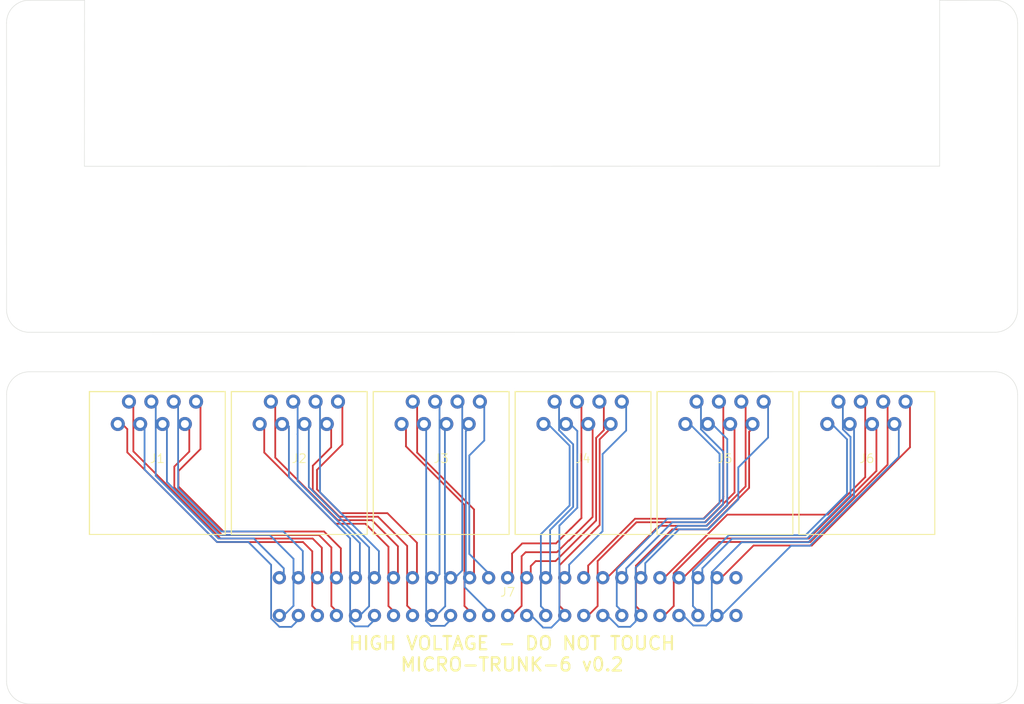
<source format=kicad_pcb>
(kicad_pcb (version 20240108) (generator "pcbnew") (generator_version "8.0")
  (layers (0 "F.Cu" signal) (31 "B.Cu" signal) (34 "B.Paste" user) (35 "F.Paste" user) (36 "B.SilkS" user "B.Silkscreen") (37 "F.SilkS" user "F.Silkscreen") (38 "B.Mask" user) (39 "F.Mask" user) (44 "Edge.Cuts" user))
  (net 0 "")
  (net 1 "/L3+")
  (net 2 "/L3-")
  (net 3 "/L1+")
  (net 4 "/L2+")
  (net 5 "/L4+")
  (net 6 "/L1-")
  (net 7 "/L2-")
  (net 8 "/L4-")
  (net 9 "/L5-")
  (net 10 "/L8-")
  (net 11 "/L6-")
  (net 12 "/L6+")
  (net 13 "/L5+")
  (net 14 "/L7+")
  (net 15 "/L8+")
  (net 16 "/L9+")
  (net 17 "/L10+")
  (net 18 "/L11+")
  (net 19 "/L10-")
  (net 20 "/L12+")
  (net 21 "/L11-")
  (net 22 "/L12-")
  (net 23 "/L9-")
  (net 24 "/L16+")
  (net 25 "/L14-")
  (net 26 "/L15-")
  (net 27 "/L16-")
  (net 28 "/L13-")
  (net 29 "/L14+")
  (net 30 "/L13+")
  (net 31 "/L15+")
  (net 32 "/L20-")
  (net 33 "/L17-")
  (net 34 "/L18-")
  (net 35 "/L18+")
  (net 36 "/L20+")
  (net 37 "/L19-")
  (net 38 "/L19+")
  (net 39 "/L17+")
  (net 40 "/L21+")
  (net 41 "/L21-")
  (net 42 "/L23+")
  (net 43 "/L24-")
  (net 44 "/L22-")
  (net 45 "/L23-")
  (net 46 "/L22+")
  (net 47 "/L24+")
  (net 48 "/L7-")
  (footprint "MountingHole:MountingHole_3.2mm_M3" (layer "F.Cu") (at 112.417915 50.523782 180)
    (property "Reference" "H4" (hide yes))
    (property "Value" "MountingHole")
    (pad "" np_thru_hole circle (at 0 0 180) (size 3.2 3.2) (drill 3.2) (layers "F&B.Cu" "*.Mask"))
  )
  (footprint "RJ21_RJ45_6_WAY_TRUNK:RJ45" (layer "F.Cu") (at 157.349999 93.619333)
    (property "Reference" "J3" (at 0 -0.5 0) (layer "F.SilkS") (effects (font (thickness 0.1))))
    (property "Value" "RJ45")
    (fp_poly (pts (xy 7.768167 8.170334) (xy -7.768167 8.170334) (xy -7.768167 -8.043333) (xy -7.641167 -8.043333) (xy -7.641167 8.064501) (xy 7.662333 8.064501) (xy 7.662333 -8.043333) (xy -7.641167 -8.043333) (xy -7.768167 -8.043333) (xy -7.768167 -8.170333) (xy 7.768167 -8.170333) (xy 7.768167 8.170334)) (stroke (width 0.01)) (fill solid) (layer "F.SilkS"))
    (pad "" np_thru_hole circle (at -5.759816 1.92466) (size 3 3) (drill 3) (layers "F&B.Cu" "*.Mask"))
    (pad "" np_thru_hole circle (at 5.670184 1.92466) (size 3 3) (drill 3) (layers "F&B.Cu" "*.Mask"))
    (pad "1" thru_hole circle (at -4.48982 -4.425338) (size 1.6 1.6) (drill 0.9) (layers "*.Cu" "*.Mask") (net 18 "/L11+"))
    (pad "2" thru_hole circle (at -3.219823 -6.965331) (size 1.6 1.6) (drill 0.9) (layers "*.Cu" "*.Mask") (net 21 "/L11-"))
    (pad "3" thru_hole circle (at -1.949819 -4.425338) (size 1.6 1.6) (drill 0.9) (layers "*.Cu" "*.Mask") (net 17 "/L10+"))
    (pad "4" thru_hole circle (at -0.679822 -6.965331) (size 1.6 1.6) (drill 0.9) (layers "*.Cu" "*.Mask") (net 23 "/L9-"))
    (pad "5" thru_hole circle (at 0.590182 -4.425338) (size 1.6 1.6) (drill 0.9) (layers "*.Cu" "*.Mask") (net 16 "/L9+"))
    (pad "6" thru_hole circle (at 1.860179 -6.965331) (size 1.6 1.6) (drill 0.9) (layers "*.Cu" "*.Mask") (net 19 "/L10-"))
    (pad "7" thru_hole circle (at 3.130183 -4.425338) (size 1.6 1.6) (drill 0.9) (layers "*.Cu" "*.Mask") (net 20 "/L12+"))
    (pad "8" thru_hole circle (at 4.400184 -6.965331) (size 1.6 1.6) (drill 0.9) (layers "*.Cu" "*.Mask") (net 22 "/L12-"))
  )
  (footprint "MountingHole:MountingHole_3.2mm_M3" (layer "F.Cu") (at 112.417916 69.343783 180)
    (property "Reference" "H3" (hide yes))
    (property "Value" "MountingHole")
    (pad "" np_thru_hole circle (at 0 0 180) (size 3.2 3.2) (drill 3.2) (layers "F&B.Cu" "*.Mask"))
  )
  (footprint "MountingHole:MountingHole_3.2mm_M3" (layer "F.Cu") (at 112.42 111.525)
    (property "Reference" "H2" (hide yes))
    (property "Value" "MountingHole")
    (pad "" np_thru_hole circle (at 0 0) (size 3.2 3.2) (drill 3.2) (layers "*.Cu" "*.Mask"))
  )
  (footprint "RJ21_RJ45_6_WAY_TRUNK:RJ21" (layer "F.Cu") (at 164.905182 108.79)
    (property "Reference" "J7" (at 0 -0.5 0) (layer "F.SilkS") (effects (font (thickness 0.1))))
    (property "Value" "RJ21 Connector")
    (pad "" np_thru_hole circle (at -37.425 0) (size 3.2 3.2) (drill 3.2) (layers "*.Cu" "*.Mask") (clearance 1.9))
    (pad "" np_thru_hole circle (at 37.425 0) (size 3.2 3.2) (drill 3.2) (layers "*.Cu" "*.Mask") (clearance 1.9))
    (pad "1" thru_hole circle (at -25.92 -2.145) (size 1.5 1.5) (drill 0.8) (layers "*.Cu" "*.Mask") (net 6 "/L1-"))
    (pad "2" thru_hole circle (at -23.76 -2.145) (size 1.5 1.5) (drill 0.8) (layers "*.Cu" "*.Mask") (net 7 "/L2-"))
    (pad "3" thru_hole circle (at -21.6 -2.145) (size 1.5 1.5) (drill 0.8) (layers "*.Cu" "*.Mask") (net 2 "/L3-"))
    (pad "4" thru_hole circle (at -19.44 -2.145) (size 1.5 1.5) (drill 0.8) (layers "*.Cu" "*.Mask") (net 8 "/L4-"))
    (pad "5" thru_hole circle (at -17.28 -2.145) (size 1.5 1.5) (drill 0.8) (layers "*.Cu" "*.Mask") (net 9 "/L5-"))
    (pad "6" thru_hole circle (at -15.12 -2.145) (size 1.5 1.5) (drill 0.8) (layers "*.Cu" "*.Mask") (net 11 "/L6-"))
    (pad "7" thru_hole circle (at -12.96 -2.145) (size 1.5 1.5) (drill 0.8) (layers "*.Cu" "*.Mask") (net 48 "/L7-"))
    (pad "8" thru_hole circle (at -10.8 -2.145) (size 1.5 1.5) (drill 0.8) (layers "*.Cu" "*.Mask") (net 10 "/L8-"))
    (pad "9" thru_hole circle (at -8.64 -2.145) (size 1.5 1.5) (drill 0.8) (layers "*.Cu" "*.Mask") (net 23 "/L9-"))
    (pad "10" thru_hole circle (at -6.48 -2.145) (size 1.5 1.5) (drill 0.8) (layers "*.Cu" "*.Mask") (net 19 "/L10-"))
    (pad "11" thru_hole circle (at -4.32 -2.145) (size 1.5 1.5) (drill 0.8) (layers "*.Cu" "*.Mask") (net 21 "/L11-"))
    (pad "12" thru_hole circle (at -2.16 -2.145) (size 1.5 1.5) (drill 0.8) (layers "*.Cu" "*.Mask") (net 22 "/L12-"))
    (pad "13" thru_hole circle (at 0 -2.145) (size 1.5 1.5) (drill 0.8) (layers "*.Cu" "*.Mask") (net 28 "/L13-"))
    (pad "14" thru_hole circle (at 2.16 -2.145) (size 1.5 1.5) (drill 0.8) (layers "*.Cu" "*.Mask") (net 25 "/L14-"))
    (pad "15" thru_hole circle (at 4.32 -2.145) (size 1.5 1.5) (drill 0.8) (layers "*.Cu" "*.Mask") (net 26 "/L15-"))
    (pad "16" thru_hole circle (at 6.48 -2.145) (size 1.5 1.5) (drill 0.8) (layers "*.Cu" "*.Mask") (net 27 "/L16-"))
    (pad "17" thru_hole circle (at 8.64 -2.145) (size 1.5 1.5) (drill 0.8) (layers "*.Cu" "*.Mask") (net 33 "/L17-"))
    (pad "18" thru_hole circle (at 10.8 -2.145) (size 1.5 1.5) (drill 0.8) (layers "*.Cu" "*.Mask") (net 34 "/L18-"))
    (pad "19" thru_hole circle (at 12.96 -2.145) (size 1.5 1.5) (drill 0.8) (layers "*.Cu" "*.Mask") (net 37 "/L19-"))
    (pad "20" thru_hole circle (at 15.12 -2.145) (size 1.5 1.5) (drill 0.8) (layers "*.Cu" "*.Mask") (net 32 "/L20-"))
    (pad "21" thru_hole circle (at 17.28 -2.145) (size 1.5 1.5) (drill 0.8) (layers "*.Cu" "*.Mask") (net 41 "/L21-"))
    (pad "22" thru_hole circle (at 19.44 -2.145) (size 1.5 1.5) (drill 0.8) (layers "*.Cu" "*.Mask") (net 44 "/L22-"))
    (pad "23" thru_hole circle (at 21.6 -2.145) (size 1.5 1.5) (drill 0.8) (layers "*.Cu" "*.Mask") (net 45 "/L23-"))
    (pad "24" thru_hole circle (at 23.76 -2.145) (size 1.5 1.5) (drill 0.8) (layers "*.Cu" "*.Mask") (net 43 "/L24-"))
    (pad "25" thru_hole circle (at 25.92 -2.145) (size 1.5 1.5) (drill 0.8) (layers "*.Cu" "*.Mask"))
    (pad "26" thru_hole circle (at -25.92 2.145) (size 1.5 1.5) (drill 0.8) (layers "*.Cu" "*.Mask") (net 3 "/L1+"))
    (pad "27" thru_hole circle (at -23.76 2.145) (size 1.5 1.5) (drill 0.8) (layers "*.Cu" "*.Mask") (net 4 "/L2+"))
    (pad "28" thru_hole circle (at -21.6 2.145) (size 1.5 1.5) (drill 0.8) (layers "*.Cu" "*.Mask") (net 1 "/L3+"))
    (pad "29" thru_hole circle (at -19.44 2.145) (size 1.5 1.5) (drill 0.8) (layers "*.Cu" "*.Mask") (net 5 "/L4+"))
    (pad "30" thru_hole circle (at -17.28 2.145) (size 1.5 1.5) (drill 0.8) (layers "*.Cu" "*.Mask") (net 13 "/L5+"))
    (pad "31" thru_hole circle (at -15.12 2.145) (size 1.5 1.5) (drill 0.8) (layers "*.Cu" "*.Mask") (net 12 "/L6+"))
    (pad "32" thru_hole circle (at -12.96 2.145) (size 1.5 1.5) (drill 0.8) (layers "*.Cu" "*.Mask") (net 14 "/L7+"))
    (pad "33" thru_hole circle (at -10.8 2.145) (size 1.5 1.5) (drill 0.8) (layers "*.Cu" "*.Mask") (net 15 "/L8+"))
    (pad "34" thru_hole circle (at -8.64 2.145) (size 1.5 1.5) (drill 0.8) (layers "*.Cu" "*.Mask") (net 16 "/L9+"))
    (pad "35" thru_hole circle (at -6.48 2.145) (size 1.5 1.5) (drill 0.8) (layers "*.Cu" "*.Mask") (net 17 "/L10+"))
    (pad "36" thru_hole circle (at -4.32 2.145) (size 1.5 1.5) (drill 0.8) (layers "*.Cu" "*.Mask") (net 18 "/L11+"))
    (pad "37" thru_hole circle (at -2.16 2.145) (size 1.5 1.5) (drill 0.8) (layers "*.Cu" "*.Mask") (net 20 "/L12+"))
    (pad "38" thru_hole circle (at 0 2.145) (size 1.5 1.5) (drill 0.8) (layers "*.Cu" "*.Mask") (net 30 "/L13+"))
    (pad "39" thru_hole circle (at 2.16 2.145) (size 1.5 1.5) (drill 0.8) (layers "*.Cu" "*.Mask") (net 29 "/L14+"))
    (pad "40" thru_hole circle (at 4.32 2.145) (size 1.5 1.5) (drill 0.8) (layers "*.Cu" "*.Mask") (net 31 "/L15+"))
    (pad "41" thru_hole circle (at 6.48 2.145) (size 1.5 1.5) (drill 0.8) (layers "*.Cu" "*.Mask") (net 24 "/L16+"))
    (pad "42" thru_hole circle (at 8.64 2.145) (size 1.5 1.5) (drill 0.8) (layers "*.Cu" "*.Mask") (net 39 "/L17+"))
    (pad "43" thru_hole circle (at 10.8 2.145) (size 1.5 1.5) (drill 0.8) (layers "*.Cu" "*.Mask") (net 35 "/L18+"))
    (pad "44" thru_hole circle (at 12.96 2.145) (size 1.5 1.5) (drill 0.8) (layers "*.Cu" "*.Mask") (net 38 "/L19+"))
    (pad "45" thru_hole circle (at 15.12 2.145) (size 1.5 1.5) (drill 0.8) (layers "*.Cu" "*.Mask") (net 36 "/L20+"))
    (pad "46" thru_hole circle (at 17.28 2.145) (size 1.5 1.5) (drill 0.8) (layers "*.Cu" "*.Mask") (net 40 "/L21+"))
    (pad "47" thru_hole circle (at 19.44 2.145) (size 1.5 1.5) (drill 0.8) (layers "*.Cu" "*.Mask") (net 46 "/L22+"))
    (pad "48" thru_hole circle (at 21.6 2.145) (size 1.5 1.5) (drill 0.8) (layers "*.Cu" "*.Mask") (net 42 "/L23+"))
    (pad "49" thru_hole circle (at 23.76 2.145) (size 1.5 1.5) (drill 0.8) (layers "*.Cu" "*.Mask") (net 47 "/L24+"))
    (pad "50" thru_hole circle (at 25.92 2.145) (size 1.5 1.5) (drill 0.8) (layers "*.Cu" "*.Mask"))
  )
  (footprint "RJ21_RJ45_6_WAY_TRUNK:RJ45" (layer "F.Cu") (at 205.680002 93.619333)
    (property "Reference" "J6" (at 0 -0.5 0) (layer "F.SilkS") (effects (font (thickness 0.1))))
    (property "Value" "RJ45")
    (fp_poly (pts (xy 7.768167 8.170334) (xy -7.768167 8.170334) (xy -7.768167 -8.043333) (xy -7.641167 -8.043333) (xy -7.641167 8.064501) (xy 7.662333 8.064501) (xy 7.662333 -8.043333) (xy -7.641167 -8.043333) (xy -7.768167 -8.043333) (xy -7.768167 -8.170333) (xy 7.768167 -8.170333) (xy 7.768167 8.170334)) (stroke (width 0.01)) (fill solid) (layer "F.SilkS"))
    (pad "" np_thru_hole circle (at -5.759816 1.92466) (size 3 3) (drill 3) (layers "F&B.Cu" "*.Mask"))
    (pad "" np_thru_hole circle (at 5.670184 1.92466) (size 3 3) (drill 3) (layers "F&B.Cu" "*.Mask"))
    (pad "1" thru_hole circle (at -4.48982 -4.425338) (size 1.6 1.6) (drill 0.9) (layers "*.Cu" "*.Mask") (net 42 "/L23+"))
    (pad "2" thru_hole circle (at -3.219823 -6.965331) (size 1.6 1.6) (drill 0.9) (layers "*.Cu" "*.Mask") (net 45 "/L23-"))
    (pad "3" thru_hole circle (at -1.949819 -4.425338) (size 1.6 1.6) (drill 0.9) (layers "*.Cu" "*.Mask") (net 46 "/L22+"))
    (pad "4" thru_hole circle (at -0.679822 -6.965331) (size 1.6 1.6) (drill 0.9) (layers "*.Cu" "*.Mask") (net 41 "/L21-"))
    (pad "5" thru_hole circle (at 0.590182 -4.425338) (size 1.6 1.6) (drill 0.9) (layers "*.Cu" "*.Mask") (net 40 "/L21+"))
    (pad "6" thru_hole circle (at 1.860179 -6.965331) (size 1.6 1.6) (drill 0.9) (layers "*.Cu" "*.Mask") (net 44 "/L22-"))
    (pad "7" thru_hole circle (at 3.130183 -4.425338) (size 1.6 1.6) (drill 0.9) (layers "*.Cu" "*.Mask") (net 47 "/L24+"))
    (pad "8" thru_hole circle (at 4.400184 -6.965331) (size 1.6 1.6) (drill 0.9) (layers "*.Cu" "*.Mask") (net 43 "/L24-"))
  )
  (footprint "MountingHole:MountingHole_3.2mm_M3" (layer "F.Cu") (at 218.387915 69.343782 180)
    (property "Reference" "H1" (hide yes))
    (property "Value" "MountingHole")
    (pad "" np_thru_hole circle (at 0 0 180) (size 3.2 3.2) (drill 3.2) (layers "F&B.Cu" "*.Mask"))
  )
  (footprint "MountingHole:MountingHole_3.2mm_M3" (layer "F.Cu") (at 218.39 92.705)
    (property "Reference" "H3" (hide yes))
    (property "Value" "MountingHole")
    (pad "" np_thru_hole circle (at 0 0) (size 3.2 3.2) (drill 3.2) (layers "*.Cu" "*.Mask"))
  )
  (footprint "RJ21_RJ45_6_WAY_TRUNK:RJ45" (layer "F.Cu") (at 189.569999 93.619333)
    (property "Reference" "J5" (at 0 -0.5 0) (layer "F.SilkS") (effects (font (thickness 0.1))))
    (property "Value" "RJ45")
    (fp_poly (pts (xy 7.768167 8.170334) (xy -7.768167 8.170334) (xy -7.768167 -8.043333) (xy -7.641167 -8.043333) (xy -7.641167 8.064501) (xy 7.662333 8.064501) (xy 7.662333 -8.043333) (xy -7.641167 -8.043333) (xy -7.768167 -8.043333) (xy -7.768167 -8.170333) (xy 7.768167 -8.170333) (xy 7.768167 8.170334)) (stroke (width 0.01)) (fill solid) (layer "F.SilkS"))
    (pad "" np_thru_hole circle (at -5.759816 1.92466) (size 3 3) (drill 3) (layers "F&B.Cu" "*.Mask"))
    (pad "" np_thru_hole circle (at 5.670184 1.92466) (size 3 3) (drill 3) (layers "F&B.Cu" "*.Mask"))
    (pad "1" thru_hole circle (at -4.48982 -4.425338) (size 1.6 1.6) (drill 0.9) (layers "*.Cu" "*.Mask") (net 38 "/L19+"))
    (pad "2" thru_hole circle (at -3.219823 -6.965331) (size 1.6 1.6) (drill 0.9) (layers "*.Cu" "*.Mask") (net 37 "/L19-"))
    (pad "3" thru_hole circle (at -1.949819 -4.425338) (size 1.6 1.6) (drill 0.9) (layers "*.Cu" "*.Mask") (net 35 "/L18+"))
    (pad "4" thru_hole circle (at -0.679822 -6.965331) (size 1.6 1.6) (drill 0.9) (layers "*.Cu" "*.Mask") (net 33 "/L17-"))
    (pad "5" thru_hole circle (at 0.590182 -4.425338) (size 1.6 1.6) (drill 0.9) (layers "*.Cu" "*.Mask") (net 39 "/L17+"))
    (pad "6" thru_hole circle (at 1.860179 -6.965331) (size 1.6 1.6) (drill 0.9) (layers "*.Cu" "*.Mask") (net 34 "/L18-"))
    (pad "7" thru_hole circle (at 3.130183 -4.425338) (size 1.6 1.6) (drill 0.9) (layers "*.Cu" "*.Mask") (net 36 "/L20+"))
    (pad "8" thru_hole circle (at 4.400184 -6.965331) (size 1.6 1.6) (drill 0.9) (layers "*.Cu" "*.Mask") (net 32 "/L20-"))
  )
  (footprint "RJ21_RJ45_6_WAY_TRUNK:RJ45" (layer "F.Cu") (at 141.239999 93.619333)
    (property "Reference" "J2" (at 0 -0.5 0) (layer "F.SilkS") (effects (font (thickness 0.1))))
    (property "Value" "RJ45")
    (fp_poly (pts (xy 7.768167 8.170334) (xy -7.768167 8.170334) (xy -7.768167 -8.043333) (xy -7.641167 -8.043333) (xy -7.641167 8.064501) (xy 7.662333 8.064501) (xy 7.662333 -8.043333) (xy -7.641167 -8.043333) (xy -7.768167 -8.043333) (xy -7.768167 -8.170333) (xy 7.768167 -8.170333) (xy 7.768167 8.170334)) (stroke (width 0.01)) (fill solid) (layer "F.SilkS"))
    (pad "" np_thru_hole circle (at -5.759816 1.92466) (size 3 3) (drill 3) (layers "F&B.Cu" "*.Mask"))
    (pad "" np_thru_hole circle (at 5.670184 1.92466) (size 3 3) (drill 3) (layers "F&B.Cu" "*.Mask"))
    (pad "1" thru_hole circle (at -4.48982 -4.425338) (size 1.6 1.6) (drill 0.9) (layers "*.Cu" "*.Mask") (net 14 "/L7+"))
    (pad "2" thru_hole circle (at -3.219823 -6.965331) (size 1.6 1.6) (drill 0.9) (layers "*.Cu" "*.Mask") (net 48 "/L7-"))
    (pad "3" thru_hole circle (at -1.949819 -4.425338) (size 1.6 1.6) (drill 0.9) (layers "*.Cu" "*.Mask") (net 12 "/L6+"))
    (pad "4" thru_hole circle (at -0.679822 -6.965331) (size 1.6 1.6) (drill 0.9) (layers "*.Cu" "*.Mask") (net 9 "/L5-"))
    (pad "5" thru_hole circle (at 0.590182 -4.425338) (size 1.6 1.6) (drill 0.9) (layers "*.Cu" "*.Mask") (net 13 "/L5+"))
    (pad "6" thru_hole circle (at 1.860179 -6.965331) (size 1.6 1.6) (drill 0.9) (layers "*.Cu" "*.Mask") (net 11 "/L6-"))
    (pad "7" thru_hole circle (at 3.130183 -4.425338) (size 1.6 1.6) (drill 0.9) (layers "*.Cu" "*.Mask") (net 15 "/L8+"))
    (pad "8" thru_hole circle (at 4.400184 -6.965331) (size 1.6 1.6) (drill 0.9) (layers "*.Cu" "*.Mask") (net 10 "/L8-"))
  )
  (footprint "MountingHole:MountingHole_3.2mm_M3" (layer "F.Cu") (at 218.39 111.525)
    (property "Reference" "H4" (hide yes))
    (property "Value" "MountingHole")
    (pad "" np_thru_hole circle (at 0 0) (size 3.2 3.2) (drill 3.2) (layers "*.Cu" "*.Mask"))
  )
  (footprint "MountingHole:MountingHole_3.2mm_M3" (layer "F.Cu") (at 112.42 92.705)
    (property "Reference" "H1" (hide yes))
    (property "Value" "MountingHole")
    (pad "" np_thru_hole circle (at 0 0) (size 3.2 3.2) (drill 3.2) (layers "*.Cu" "*.Mask"))
  )
  (footprint "RJ21_RJ45_6_WAY_TRUNK:RJ45" (layer "F.Cu") (at 173.459999 93.619333)
    (property "Reference" "J4" (at 0 -0.5 0) (layer "F.SilkS") (effects (font (thickness 0.1))))
    (property "Value" "RJ45")
    (fp_poly (pts (xy 7.768167 8.170334) (xy -7.768167 8.170334) (xy -7.768167 -8.043333) (xy -7.641167 -8.043333) (xy -7.641167 8.064501) (xy 7.662333 8.064501) (xy 7.662333 -8.043333) (xy -7.641167 -8.043333) (xy -7.768167 -8.043333) (xy -7.768167 -8.170333) (xy 7.768167 -8.170333) (xy 7.768167 8.170334)) (stroke (width 0.01)) (fill solid) (layer "F.SilkS"))
    (pad "" np_thru_hole circle (at -5.759816 1.92466) (size 3 3) (drill 3) (layers "F&B.Cu" "*.Mask"))
    (pad "" np_thru_hole circle (at 5.670184 1.92466) (size 3 3) (drill 3) (layers "F&B.Cu" "*.Mask"))
    (pad "1" thru_hole circle (at -4.48982 -4.425338) (size 1.6 1.6) (drill 0.9) (layers "*.Cu" "*.Mask") (net 31 "/L15+"))
    (pad "2" thru_hole circle (at -3.219823 -6.965331) (size 1.6 1.6) (drill 0.9) (layers "*.Cu" "*.Mask") (net 26 "/L15-"))
    (pad "3" thru_hole circle (at -1.949819 -4.425338) (size 1.6 1.6) (drill 0.9) (layers "*.Cu" "*.Mask") (net 29 "/L14+"))
    (pad "4" thru_hole circle (at -0.679822 -6.965331) (size 1.6 1.6) (drill 0.9) (layers "*.Cu" "*.Mask") (net 28 "/L13-"))
    (pad "5" thru_hole circle (at 0.590182 -4.425338) (size 1.6 1.6) (drill 0.9) (layers "*.Cu" "*.Mask") (net 30 "/L13+"))
    (pad "6" thru_hole circle (at 1.860179 -6.965331) (size 1.6 1.6) (drill 0.9) (layers "*.Cu" "*.Mask") (net 25 "/L14-"))
    (pad "7" thru_hole circle (at 3.130183 -4.425338) (size 1.6 1.6) (drill 0.9) (layers "*.Cu" "*.Mask") (net 24 "/L16+"))
    (pad "8" thru_hole circle (at 4.400184 -6.965331) (size 1.6 1.6) (drill 0.9) (layers "*.Cu" "*.Mask") (net 27 "/L16-"))
  )
  (footprint "MountingHole:MountingHole_3.2mm_M3" (layer "F.Cu") (at 218.387916 50.523781 180)
    (property "Reference" "H2" (hide yes))
    (property "Value" "MountingHole")
    (pad "" np_thru_hole circle (at 0 0 180) (size 3.2 3.2) (drill 3.2) (layers "F&B.Cu" "*.Mask"))
  )
  (footprint "RJ21_RJ45_6_WAY_TRUNK:RJ45" (layer "F.Cu") (at 125.129999 93.619333)
    (property "Reference" "J1" (at 0 -0.5 0) (layer "F.SilkS") (effects (font (thickness 0.1))))
    (property "Value" "RJ45")
    (fp_poly (pts (xy 7.768167 8.170334) (xy -7.768167 8.170334) (xy -7.768167 -8.043333) (xy -7.641167 -8.043333) (xy -7.641167 8.064501) (xy 7.662333 8.064501) (xy 7.662333 -8.043333) (xy -7.641167 -8.043333) (xy -7.768167 -8.043333) (xy -7.768167 -8.170333) (xy 7.768167 -8.170333) (xy 7.768167 8.170334)) (stroke (width 0.01)) (fill solid) (layer "F.SilkS"))
    (pad "" np_thru_hole circle (at -5.759816 1.92466) (size 3 3) (drill 3) (layers "F&B.Cu" "*.Mask"))
    (pad "" np_thru_hole circle (at 5.670184 1.92466) (size 3 3) (drill 3) (layers "F&B.Cu" "*.Mask"))
    (pad "1" thru_hole circle (at -4.48982 -4.425338) (size 1.6 1.6) (drill 0.9) (layers "*.Cu" "*.Mask") (net 1 "/L3+"))
    (pad "2" thru_hole circle (at -3.219823 -6.965331) (size 1.6 1.6) (drill 0.9) (layers "*.Cu" "*.Mask") (net 2 "/L3-"))
    (pad "3" thru_hole circle (at -1.949819 -4.425338) (size 1.6 1.6) (drill 0.9) (layers "*.Cu" "*.Mask") (net 4 "/L2+"))
    (pad "4" thru_hole circle (at -0.679822 -6.965331) (size 1.6 1.6) (drill 0.9) (layers "*.Cu" "*.Mask") (net 6 "/L1-"))
    (pad "5" thru_hole circle (at 0.590182 -4.425338) (size 1.6 1.6) (drill 0.9) (layers "*.Cu" "*.Mask") (net 3 "/L1+"))
    (pad "6" thru_hole circle (at 1.860179 -6.965331) (size 1.6 1.6) (drill 0.9) (layers "*.Cu" "*.Mask") (net 7 "/L2-"))
    (pad "7" thru_hole circle (at 3.130183 -4.425338) (size 1.6 1.6) (drill 0.9) (layers "*.Cu" "*.Mask") (net 5 "/L4+"))
    (pad "8" thru_hole circle (at 4.400184 -6.965331) (size 1.6 1.6) (drill 0.9) (layers "*.Cu" "*.Mask") (net 8 "/L4-"))
  )
  (gr_line (start 220.220939 41.086425) (end 213.94531 41.088782) (stroke (width 0.05)) (layer "Edge.Cuts"))
  (gr_line (start 220.225109 78.778782) (end 110.588853 78.78114) (stroke (width 0.05)) (layer "Edge.Cuts"))
  (gr_arc (start 108.015 85.844995) (mid 108.767358 84.026039) (end 110.584787 83.27) (stroke (width 0.05)) (layer "Edge.Cuts"))
  (gr_line (start 213.94531 59.918783) (end 116.855311 59.928782) (stroke (width 0.05)) (layer "Edge.Cuts"))
  (gr_arc (start 108.009896 43.657739) (mid 108.762262 41.838771) (end 110.579683 41.082742) (stroke (width 0.05)) (layer "Edge.Cuts"))
  (gr_arc (start 222.8 118.391043) (mid 222.047642 120.21) (end 220.230213 120.966039) (stroke (width 0.05)) (layer "Edge.Cuts"))
  (gr_line (start 110.579683 41.088782) (end 116.865312 41.088782) (stroke (width 0.05)) (layer "Edge.Cuts"))
  (gr_line (start 110.584787 83.27) (end 220.221043 83.267643) (stroke (width 0.05)) (layer "Edge.Cuts"))
  (gr_line (start 220.230213 120.966039) (end 110.588957 120.962358) (stroke (width 0.05)) (layer "Edge.Cuts"))
  (gr_arc (start 220.220939 41.086425) (mid 222.039895 41.838782) (end 222.795936 43.656211) (stroke (width 0.05)) (layer "Edge.Cuts"))
  (gr_line (start 222.795936 43.656211) (end 222.794896 76.203788) (stroke (width 0.05)) (layer "Edge.Cuts"))
  (gr_arc (start 110.588957 120.962358) (mid 108.77 120.210001) (end 108.013961 118.392571) (stroke (width 0.05)) (layer "Edge.Cuts"))
  (gr_line (start 108.013856 76.211352) (end 108.009896 43.657739) (stroke (width 0.05)) (layer "Edge.Cuts"))
  (gr_arc (start 222.794896 76.203788) (mid 222.042538 78.022744) (end 220.225109 78.778782) (stroke (width 0.05)) (layer "Edge.Cuts"))
  (gr_line (start 116.855311 59.928782) (end 116.865312 41.088782) (stroke (width 0.05)) (layer "Edge.Cuts"))
  (gr_line (start 213.94531 41.088782) (end 213.94531 59.918783) (stroke (width 0.05)) (layer "Edge.Cuts"))
  (gr_arc (start 220.221043 83.267643) (mid 222.04 84.02) (end 222.796039 85.83743) (stroke (width 0.05)) (layer "Edge.Cuts"))
  (gr_line (start 108.013961 118.392571) (end 108.015 85.844995) (stroke (width 0.05)) (layer "Edge.Cuts"))
  (gr_arc (start 110.588853 78.78114) (mid 108.769882 78.028795) (end 108.013856 76.211352) (stroke (width 0.05)) (layer "Edge.Cuts"))
  (gr_line (start 222.796039 85.83743) (end 222.8 118.391043) (stroke (width 0.05)) (layer "Edge.Cuts"))
  (gr_text "HIGH VOLTAGE - DO NOT TOUCH\nMICRO-TRUNK-6 v0.2" (at 165.405 117.38 0) (layer "F.SilkS") (effects (font (size 1.5 1.5) (thickness 0.25) (bold yes)) (justify bottom)))
  (segment (start 142.72 103.65) (end 141.67 102.6) (width 0.2) (layer "F.Cu") (net 1))
  (segment (start 141.67 102.6) (end 131.91 102.6) (width 0.2) (layer "F.Cu") (net 1))
  (segment (start 121.720001 89.773999) (end 121.139997 89.193995) (width 0.2) (layer "F.Cu") (net 1))
  (segment (start 142.72 109.85) (end 142.72 103.65) (width 0.2) (layer "F.Cu") (net 1))
  (segment (start 121.720001 92.410001) (end 121.720001 89.773999) (width 0.2) (layer "F.Cu") (net 1))
  (segment (start 143.805 110.935) (end 142.72 109.85) (width 0.2) (layer "F.Cu") (net 1))
  (segment (start 131.91 102.6) (end 121.720001 92.410001) (width 0.2) (layer "F.Cu") (net 1))
  (segment (start 132.31 102.2) (end 122.409994 92.299994) (width 0.2) (layer "F.Cu") (net 2))
  (segment (start 142.765 102.2) (end 132.31 102.2) (width 0.2) (layer "F.Cu") (net 2))
  (segment (start 143.805 106.645) (end 143.805 103.24) (width 0.2) (layer "F.Cu") (net 2))
  (segment (start 143.805 103.24) (end 142.765 102.2) (width 0.2) (layer "F.Cu") (net 2))
  (segment (start 122.409994 92.299994) (end 122.409994 86.654002) (width 0.2) (layer "F.Cu") (net 2))
  (segment (start 139.485 110.935) (end 140.59 109.83) (width 0.2) (layer "B.Cu") (net 3))
  (segment (start 126.219999 95.778627) (end 126.219999 89.193995) (width 0.2) (layer "B.Cu") (net 3))
  (segment (start 137.88 101.79) (end 132.231372 101.79) (width 0.2) (layer "B.Cu") (net 3))
  (segment (start 132.231372 101.79) (end 126.219999 95.778627) (width 0.2) (layer "B.Cu") (net 3))
  (segment (start 140.59 109.83) (end 140.59 104.5) (width 0.2) (layer "B.Cu") (net 3))
  (segment (start 140.59 104.5) (end 137.88 101.79) (width 0.2) (layer "B.Cu") (net 3))
  (segment (start 138.05 111.28) (end 138.05 105.18) (width 0.2) (layer "B.Cu") (net 4))
  (segment (start 141.645 110.935) (end 140.35 112.23) (width 0.2) (layer "B.Cu") (net 4))
  (segment (start 140.35 112.23) (end 139 112.23) (width 0.2) (layer "B.Cu") (net 4))
  (segment (start 139 112.23) (end 138.05 111.28) (width 0.2) (layer "B.Cu") (net 4))
  (segment (start 138.05 105.18) (end 135.46 102.59) (width 0.2) (layer "B.Cu") (net 4))
  (segment (start 131.9 102.59) (end 123.679998 94.369998) (width 0.2) (layer "B.Cu") (net 4))
  (segment (start 135.46 102.59) (end 131.9 102.59) (width 0.2) (layer "B.Cu") (net 4))
  (segment (start 123.679998 94.369998) (end 123.679998 89.193995) (width 0.2) (layer "B.Cu") (net 4))
  (segment (start 144.89 109.86) (end 144.89 103.21) (width 0.2) (layer "F.Cu") (net 5))
  (segment (start 143.48 101.8) (end 132.475686 101.8) (width 0.2) (layer "F.Cu") (net 5))
  (segment (start 128.76 92.33) (end 128.76 89.193995) (width 0.2) (layer "F.Cu") (net 5))
  (segment (start 132.475686 101.8) (end 127.06 96.384314) (width 0.2) (layer "F.Cu") (net 5))
  (segment (start 145.965 110.935) (end 144.89 109.86) (width 0.2) (layer "F.Cu") (net 5))
  (segment (start 127.06 94.03) (end 128.76 92.33) (width 0.2) (layer "F.Cu") (net 5))
  (segment (start 144.89 103.21) (end 143.48 101.8) (width 0.2) (layer "F.Cu") (net 5))
  (segment (start 127.06 96.384314) (end 127.06 94.03) (width 0.2) (layer "F.Cu") (net 5))
  (segment (start 132.065686 102.19) (end 124.949995 95.074309) (width 0.2) (layer "B.Cu") (net 6))
  (segment (start 139.485 105.58434) (end 136.09066 102.19) (width 0.2) (layer "B.Cu") (net 6))
  (segment (start 139.485 106.645) (end 139.485 105.58434) (width 0.2) (layer "B.Cu") (net 6))
  (segment (start 124.949995 95.074309) (end 124.949995 86.654002) (width 0.2) (layer "B.Cu") (net 6))
  (segment (start 136.09066 102.19) (end 132.065686 102.19) (width 0.2) (layer "B.Cu") (net 6))
  (segment (start 127.489996 96.482938) (end 132.397058 101.39) (width 0.2) (layer "B.Cu") (net 7))
  (segment (start 139.42 101.39) (end 141.645 103.615) (width 0.2) (layer "B.Cu") (net 7))
  (segment (start 132.397058 101.39) (end 139.42 101.39) (width 0.2) (layer "B.Cu") (net 7))
  (segment (start 141.645 103.615) (end 141.645 106.645) (width 0.2) (layer "B.Cu") (net 7))
  (segment (start 127.489996 86.654002) (end 127.489996 96.482938) (width 0.2) (layer "B.Cu") (net 7))
  (segment (start 130.030001 92.039999) (end 130.030001 86.654002) (width 0.2) (layer "F.Cu") (net 8))
  (segment (start 132.641372 101.4) (end 127.53 96.288628) (width 0.2) (layer "F.Cu") (net 8))
  (segment (start 145.965 103.31) (end 144.055 101.4) (width 0.2) (layer "F.Cu") (net 8))
  (segment (start 145.965 106.645) (end 145.965 103.31) (width 0.2) (layer "F.Cu") (net 8))
  (segment (start 127.53 94.54) (end 130.030001 92.039999) (width 0.2) (layer "F.Cu") (net 8))
  (segment (start 127.53 96.288628) (end 127.53 94.54) (width 0.2) (layer "F.Cu") (net 8))
  (segment (start 144.055 101.4) (end 132.641372 101.4) (width 0.2) (layer "F.Cu") (net 8))
  (segment (start 141.06 90.35) (end 141.059995 90.349995) (width 0.2) (layer "B.Cu") (net 9))
  (segment (start 141.06 95.654315) (end 141.06 90.35) (width 0.2) (layer "B.Cu") (net 9))
  (segment (start 148.125 106.645) (end 148.125 102.719315) (width 0.2) (layer "B.Cu") (net 9))
  (segment (start 141.059995 90.349995) (end 141.059995 86.654002) (width 0.2) (layer "B.Cu") (net 9))
  (segment (start 148.125 102.719315) (end 141.06 95.654315) (width 0.2) (layer "B.Cu") (net 9))
  (segment (start 154.605 102.675) (end 151.25 99.32) (width 0.2) (layer "F.Cu") (net 10))
  (segment (start 154.605 106.645) (end 154.605 102.675) (width 0.2) (layer "F.Cu") (net 10))
  (segment (start 143.26 96.618628) (end 143.26 94.4) (width 0.2) (layer "F.Cu") (net 10))
  (segment (start 151.25 99.32) (end 145.961372 99.32) (width 0.2) (layer "F.Cu") (net 10))
  (segment (start 146.140001 91.519999) (end 146.140001 86.654002) (width 0.2) (layer "F.Cu") (net 10))
  (segment (start 143.26 94.4) (end 146.140001 91.519999) (width 0.2) (layer "F.Cu") (net 10))
  (segment (start 145.961372 99.32) (end 143.26 96.618628) (width 0.2) (layer "F.Cu") (net 10))
  (segment (start 143.599996 96.939996) (end 150.285 103.625) (width 0.2) (layer "B.Cu") (net 11))
  (segment (start 143.599996 86.654002) (end 143.599996 96.939996) (width 0.2) (layer "B.Cu") (net 11))
  (segment (start 150.285 103.625) (end 150.285 106.645) (width 0.2) (layer "B.Cu") (net 11))
  (segment (start 149.05 112.17) (end 147.58 112.17) (width 0.2) (layer "B.Cu") (net 12))
  (segment (start 150.285 110.935) (end 149.05 112.17) (width 0.2) (layer "B.Cu") (net 12))
  (segment (start 140.07 95.23) (end 140.07 89.473997) (width 0.2) (layer "B.Cu") (net 12))
  (segment (start 147.58 112.17) (end 147.02 111.61) (width 0.2) (layer "B.Cu") (net 12))
  (segment (start 147.02 102.18) (end 140.07 95.23) (width 0.2) (layer "B.Cu") (net 12))
  (segment (start 140.07 89.473997) (end 139.789998 89.193995) (width 0.2) (layer "B.Cu") (net 12))
  (segment (start 147.02 111.61) (end 147.02 102.18) (width 0.2) (layer "B.Cu") (net 12))
  (segment (start 148.125 110.935) (end 149.175 109.885) (width 0.2) (layer "B.Cu") (net 13))
  (segment (start 149.175 103.20363) (end 142.329999 96.358629) (width 0.2) (layer "B.Cu") (net 13))
  (segment (start 142.329999 96.358629) (end 142.329999 89.193995) (width 0.2) (layer "B.Cu") (net 13))
  (segment (start 149.175 109.885) (end 149.175 103.20363) (width 0.2) (layer "B.Cu") (net 13))
  (segment (start 152.445 110.935) (end 151.37 109.86) (width 0.2) (layer "F.Cu") (net 14))
  (segment (start 137.27 92.43) (end 137.27 89.213998) (width 0.2) (layer "F.Cu") (net 14))
  (segment (start 137.27 89.213998) (end 137.249997 89.193995) (width 0.2) (layer "F.Cu") (net 14))
  (segment (start 151.37 109.86) (end 151.37 103.13) (width 0.2) (layer "F.Cu") (net 14))
  (segment (start 148.76 100.52) (end 145.36 100.52) (width 0.2) (layer "F.Cu") (net 14))
  (segment (start 145.36 100.52) (end 137.27 92.43) (width 0.2) (layer "F.Cu") (net 14))
  (segment (start 151.37 103.13) (end 148.76 100.52) (width 0.2) (layer "F.Cu") (net 14))
  (segment (start 153.495 109.825) (end 153.495 103.035) (width 0.2) (layer "F.Cu") (net 15))
  (segment (start 144.87 91.84) (end 144.87 89.193995) (width 0.2) (layer "F.Cu") (net 15))
  (segment (start 142.78 96.704314) (end 142.78 93.93) (width 0.2) (layer "F.Cu") (net 15))
  (segment (start 145.795686 99.72) (end 142.78 96.704314) (width 0.2) (layer "F.Cu") (net 15))
  (segment (start 142.78 93.93) (end 144.87 91.84) (width 0.2) (layer "F.Cu") (net 15))
  (segment (start 153.495 103.035) (end 150.18 99.72) (width 0.2) (layer "F.Cu") (net 15))
  (segment (start 154.605 110.935) (end 153.495 109.825) (width 0.2) (layer "F.Cu") (net 15))
  (segment (start 150.18 99.72) (end 145.795686 99.72) (width 0.2) (layer "F.Cu") (net 15))
  (segment (start 157.815 109.885) (end 157.815 106.210075) (width 0.2) (layer "B.Cu") (net 16))
  (segment (start 156.765 110.935) (end 157.815 109.885) (width 0.2) (layer "B.Cu") (net 16))
  (segment (start 157.78 89.853994) (end 158.439999 89.193995) (width 0.2) (layer "B.Cu") (net 16))
  (segment (start 157.78 106.175075) (end 157.78 89.853994) (width 0.2) (layer "B.Cu") (net 16))
  (segment (start 157.815 106.210075) (end 157.78 106.175075) (width 0.2) (layer "B.Cu") (net 16))
  (segment (start 155.655 111.535) (end 155.655 89.438993) (width 0.2) (layer "B.Cu") (net 17))
  (segment (start 155.655 89.438993) (end 155.899998 89.193995) (width 0.2) (layer "B.Cu") (net 17))
  (segment (start 155.64 111.55) (end 155.655 111.535) (width 0.2) (layer "B.Cu") (net 17))
  (segment (start 157.75 112.11) (end 156.2 112.11) (width 0.2) (layer "B.Cu") (net 17))
  (segment (start 158.925 110.935) (end 157.75 112.11) (width 0.2) (layer "B.Cu") (net 17))
  (segment (start 156.2 112.11) (end 155.64 111.55) (width 0.2) (layer "B.Cu") (net 17))
  (segment (start 161.085 110.935) (end 160 109.85) (width 0.2) (layer "F.Cu") (net 18))
  (segment (start 160 109.85) (end 160 98.375686) (width 0.2) (layer "F.Cu") (net 18))
  (segment (start 153.359997 91.735682) (end 153.359997 89.193995) (width 0.2) (layer "F.Cu") (net 18))
  (segment (start 160 98.375686) (end 153.359997 91.735682) (width 0.2) (layer "F.Cu") (net 18))
  (segment (start 158.925 106.645) (end 159.75 105.82) (width 0.2) (layer "B.Cu") (net 19))
  (segment (start 158.925 106.645) (end 158.69 106.41) (width 0.2) (layer "B.Cu") (net 19))
  (segment (start 159.75 105.82) (end 159.75 86.694006) (width 0.2) (layer "B.Cu") (net 19))
  (segment (start 159.75 86.694006) (end 159.709996 86.654002) (width 0.2) (layer "B.Cu") (net 19))
  (segment (start 160.15 105.985685) (end 160.15 90.023995) (width 0.2) (layer "B.Cu") (net 20))
  (segment (start 160.15 90.023995) (end 160.98 89.193995) (width 0.2) (layer "B.Cu") (net 20))
  (segment (start 160.03 107.72) (end 160.03 106.105686) (width 0.2) (layer "B.Cu") (net 20))
  (segment (start 163.245 110.935) (end 160.03 107.72) (width 0.2) (layer "B.Cu") (net 20))
  (segment (start 160.03 106.105686) (end 160.15 105.985685) (width 0.2) (layer "B.Cu") (net 20))
  (segment (start 161.085 98.895) (end 154.629994 92.439994) (width 0.2) (layer "F.Cu") (net 21))
  (segment (start 154.629994 92.439994) (end 154.629994 86.654002) (width 0.2) (layer "F.Cu") (net 21))
  (segment (start 161.085 106.645) (end 161.085 98.895) (width 0.2) (layer "F.Cu") (net 21))
  (segment (start 160.55 92.77) (end 162.250001 91.069999) (width 0.2) (layer "B.Cu") (net 22))
  (segment (start 160.55 103.95) (end 160.55 92.77) (width 0.2) (layer "B.Cu") (net 22))
  (segment (start 163.245 106.645) (end 160.55 103.95) (width 0.2) (layer "B.Cu") (net 22))
  (segment (start 162.250001 91.069999) (end 162.250001 86.654002) (width 0.2) (layer "B.Cu") (net 22))
  (segment (start 156.765 106.645) (end 157.169995 106.240005) (width 0.2) (layer "B.Cu") (net 23))
  (segment (start 157.169995 106.240005) (end 157.169995 86.654002) (width 0.2) (layer "B.Cu") (net 23))
  (segment (start 156.765 106.645) (end 156.67 106.55) (width 0.2) (layer "B.Cu") (net 23))
  (segment (start 170.79 109.84) (end 170.79 105.23) (width 0.2) (layer "F.Cu") (net 24))
  (segment (start 175.35 100.67) (end 175.35 90.933995) (width 0.2) (layer "F.Cu") (net 24))
  (segment (start 170.79 105.23) (end 175.35 100.67) (width 0.2) (layer "F.Cu") (net 24))
  (segment (start 171.885 110.935) (end 170.79 109.84) (width 0.2) (layer "F.Cu") (net 24))
  (segment (start 175.35 90.933995) (end 177.09 89.193995) (width 0.2) (layer "F.Cu") (net 24))
  (segment (start 170.34 104.76) (end 174.95 100.15) (width 0.2) (layer "F.Cu") (net 25))
  (segment (start 174.95 100.15) (end 174.95 90.768309) (width 0.2) (layer "F.Cu") (net 25))
  (segment (start 167.525 106.455) (end 167.525 105.325) (width 0.2) (layer "F.Cu") (net 25))
  (segment (start 174.95 90.768309) (end 175.819996 89.898313) (width 0.2) (layer "F.Cu") (net 25))
  (segment (start 175.819996 89.898313) (end 175.819996 86.654002) (width 0.2) (layer "F.Cu") (net 25))
  (segment (start 168.09 104.76) (end 170.34 104.76) (width 0.2) (layer "F.Cu") (net 25))
  (segment (start 167.525 105.325) (end 168.09 104.76) (width 0.2) (layer "F.Cu") (net 25))
  (segment (start 172.34 98.605685) (end 172.34 91.498312) (width 0.2) (layer "B.Cu") (net 26))
  (segment (start 170.739994 89.898307) (end 170.739994 86.654002) (width 0.2) (layer "B.Cu") (net 26))
  (segment (start 169.725 106.645) (end 169.725 101.220685) (width 0.2) (layer "B.Cu") (net 26))
  (segment (start 172.34 91.498312) (end 170.739994 89.898307) (width 0.2) (layer "B.Cu") (net 26))
  (segment (start 169.725 101.220685) (end 172.34 98.605685) (width 0.2) (layer "B.Cu") (net 26))
  (segment (start 178.360001 89.939999) (end 178.360001 86.654002) (width 0.2) (layer "B.Cu") (net 27))
  (segment (start 175.68 101.37) (end 175.68 92.62) (width 0.2) (layer "B.Cu") (net 27))
  (segment (start 175.68 92.62) (end 178.360001 89.939999) (width 0.2) (layer "B.Cu") (net 27))
  (segment (start 171.885 106.645) (end 171.885 105.165) (width 0.2) (layer "B.Cu") (net 27))
  (segment (start 171.885 105.165) (end 175.68 101.37) (width 0.2) (layer "B.Cu") (net 27))
  (segment (start 165.405 103.905) (end 166.56 102.75) (width 0.2) (layer "F.Cu") (net 28))
  (segment (start 172.1 101.04) (end 172.114314 101.04) (width 0.2) (layer "F.Cu") (net 28))
  (segment (start 170.39 102.75) (end 172.1 101.04) (width 0.2) (layer "F.Cu") (net 28))
  (segment (start 166.56 102.75) (end 170.39 102.75) (width 0.2) (layer "F.Cu") (net 28))
  (segment (start 172.114314 101.04) (end 173.279995 99.874319) (width 0.2) (layer "F.Cu") (net 28))
  (segment (start 173.279995 99.874319) (end 173.279995 86.654002) (width 0.2) (layer "F.Cu") (net 28))
  (segment (start 165.405 106.645) (end 165.405 103.905) (width 0.2) (layer "F.Cu") (net 28))
  (segment (start 167.565 110.935) (end 168.94 112.31) (width 0.2) (layer "B.Cu") (net 29))
  (segment (start 170.775 100.73637) (end 172.809997 98.701373) (width 0.2) (layer "B.Cu") (net 29))
  (segment (start 170.775 111.395) (end 170.775 100.73637) (width 0.2) (layer "B.Cu") (net 29))
  (segment (start 168.94 112.31) (end 169.86 112.31) (width 0.2) (layer "B.Cu") (net 29))
  (segment (start 169.86 112.31) (end 170.775 111.395) (width 0.2) (layer "B.Cu") (net 29))
  (segment (start 172.809997 98.701373) (end 172.809997 89.993994) (width 0.2) (layer "B.Cu") (net 29))
  (segment (start 172.809997 89.993994) (end 172.009998 89.193995) (width 0.2) (layer "B.Cu") (net 29))
  (segment (start 171.877371 102.422629) (end 174.549999 99.750001) (width 0.2) (layer "F.Cu") (net 30))
  (segment (start 166.95 103.75) (end 170.502629 103.75) (width 0.2) (layer "F.Cu") (net 30))
  (segment (start 171.83 102.422629) (end 171.877371 102.422629) (width 0.2) (layer "F.Cu") (net 30))
  (segment (start 166.49 109.85) (end 166.49 104.21) (width 0.2) (layer "F.Cu") (net 30))
  (segment (start 165.405 110.935) (end 166.49 109.85) (width 0.2) (layer "F.Cu") (net 30))
  (segment (start 170.502629 103.75) (end 171.83 102.422629) (width 0.2) (layer "F.Cu") (net 30))
  (segment (start 174.549999 99.750001) (end 174.549999 89.193995) (width 0.2) (layer "F.Cu") (net 30))
  (segment (start 166.49 104.21) (end 166.95 103.75) (width 0.2) (layer "F.Cu") (net 30))
  (segment (start 171.94 91.663998) (end 169.469997 89.193995) (width 0.2) (layer "B.Cu") (net 31))
  (segment (start 171.94 98.44) (end 171.94 91.663998) (width 0.2) (layer "B.Cu") (net 31))
  (segment (start 169.725 110.935) (end 168.675 109.885) (width 0.2) (layer "B.Cu") (net 31))
  (segment (start 168.675 109.885) (end 168.675 101.705) (width 0.2) (layer "B.Cu") (net 31))
  (segment (start 168.675 101.705) (end 171.94 98.44) (width 0.2) (layer "B.Cu") (net 31))
  (segment (start 191.09 94.12) (end 194.470001 90.739999) (width 0.2) (layer "B.Cu") (net 32))
  (segment (start 180.525 104.995) (end 184.37 101.15) (width 0.2) (layer "B.Cu") (net 32))
  (segment (start 180.525 106.645) (end 180.525 104.995) (width 0.2) (layer "B.Cu") (net 32))
  (segment (start 191.09 97.75) (end 191.09 94.12) (width 0.2) (layer "B.Cu") (net 32))
  (segment (start 194.470001 90.739999) (end 194.470001 86.654002) (width 0.2) (layer "B.Cu") (net 32))
  (segment (start 187.69 101.15) (end 191.09 97.75) (width 0.2) (layer "B.Cu") (net 32))
  (segment (start 184.37 101.15) (end 187.69 101.15) (width 0.2) (layer "B.Cu") (net 32))
  (segment (start 189.389995 97.450005) (end 189.389995 86.654002) (width 0.2) (layer "F.Cu") (net 33))
  (segment (start 174.045 105.269315) (end 179.364315 99.95) (width 0.2) (layer "F.Cu") (net 33))
  (segment (start 187.117257 99.95) (end 189.38 97.687257) (width 0.2) (layer "F.Cu") (net 33))
  (segment (start 179.364315 99.95) (end 187.117257 99.95) (width 0.2) (layer "F.Cu") (net 33))
  (segment (start 189.38 97.46) (end 189.389995 97.450005) (width 0.2) (layer "F.Cu") (net 33))
  (segment (start 189.38 97.687257) (end 189.38 97.46) (width 0.2) (layer "F.Cu") (net 33))
  (segment (start 174.045 106.645) (end 174.045 105.269315) (width 0.2) (layer "F.Cu") (net 33))
  (segment (start 176.205 106.645) (end 182.1 100.75) (width 0.2) (layer "F.Cu") (net 34))
  (segment (start 191.92 86.663998) (end 191.929996 86.654002) (width 0.2) (layer "F.Cu") (net 34))
  (segment (start 182.1 100.75) (end 187.448628 100.75) (width 0.2) (layer "F.Cu") (net 34))
  (segment (start 187.448628 100.75) (end 191.92 96.278628) (width 0.2) (layer "F.Cu") (net 34))
  (segment (start 191.92 96.278628) (end 191.92 86.663998) (width 0.2) (layer "F.Cu") (net 34))
  (segment (start 179.44 105.514314) (end 179.44 111.6) (width 0.2) (layer "B.Cu") (net 35))
  (segment (start 189.836681 98.437633) (end 189.836681 90.910678) (width 0.2) (layer "B.Cu") (net 35))
  (segment (start 187.524314 100.75) (end 184.204314 100.75) (width 0.2) (layer "B.Cu") (net 35))
  (segment (start 178.82 112.22) (end 177.49 112.22) (width 0.2) (layer "B.Cu") (net 35))
  (segment (start 177.49 112.22) (end 176.205 110.935) (width 0.2) (layer "B.Cu") (net 35))
  (segment (start 189.836681 98.437633) (end 187.524314 100.75) (width 0.2) (layer "B.Cu") (net 35))
  (segment (start 184.204314 100.75) (end 179.44 105.514314) (width 0.2) (layer "B.Cu") (net 35))
  (segment (start 179.44 111.6) (end 178.82 112.22) (width 0.2) (layer "B.Cu") (net 35))
  (segment (start 189.836681 90.910678) (end 188.119998 89.193995) (width 0.2) (layer "B.Cu") (net 35))
  (segment (start 192.32 96.444314) (end 192.32 90.073995) (width 0.2) (layer "F.Cu") (net 36))
  (segment (start 192.32 90.073995) (end 193.2 89.193995) (width 0.2) (layer "F.Cu") (net 36))
  (segment (start 183.6 101.15) (end 187.614314 101.15) (width 0.2) (layer "F.Cu") (net 36))
  (segment (start 179.475 109.885) (end 179.475 105.275) (width 0.2) (layer "F.Cu") (net 36))
  (segment (start 179.475 105.275) (end 183.6 101.15) (width 0.2) (layer "F.Cu") (net 36))
  (segment (start 187.614314 101.15) (end 192.32 96.444314) (width 0.2) (layer "F.Cu") (net 36))
  (segment (start 180.525 110.935) (end 179.475 109.885) (width 0.2) (layer "F.Cu") (net 36))
  (segment (start 187.358628 100.35) (end 189.36 98.348628) (width 0.2) (layer "B.Cu") (net 37))
  (segment (start 189.36 98.348628) (end 189.36 92.31) (width 0.2) (layer "B.Cu") (net 37))
  (segment (start 183.59934 100.35) (end 187.358628 100.35) (width 0.2) (layer "B.Cu") (net 37))
  (segment (start 178.365 105.58434) (end 183.59934 100.35) (width 0.2) (layer "B.Cu") (net 37))
  (segment (start 178.365 106.645) (end 178.365 105.58434) (width 0.2) (layer "B.Cu") (net 37))
  (segment (start 186.849994 89.799994) (end 186.849994 86.654002) (width 0.2) (layer "B.Cu") (net 37))
  (segment (start 189.36 92.31) (end 186.849994 89.799994) (width 0.2) (layer "B.Cu") (net 37))
  (segment (start 178.365 110.935) (end 177.29 109.86) (width 0.2) (layer "B.Cu") (net 38))
  (segment (start 187.192942 99.95) (end 188.96 98.182942) (width 0.2) (layer "B.Cu") (net 38))
  (segment (start 188.96 92.573998) (end 185.579997 89.193995) (width 0.2) (layer "B.Cu") (net 38))
  (segment (start 188.96 98.182942) (end 188.96 92.573998) (width 0.2) (layer "B.Cu") (net 38))
  (segment (start 177.29 109.86) (end 177.29 105.697275) (width 0.2) (layer "B.Cu") (net 38))
  (segment (start 183.037275 99.95) (end 187.192942 99.95) (width 0.2) (layer "B.Cu") (net 38))
  (segment (start 177.29 105.697275) (end 183.037275 99.95) (width 0.2) (layer "B.Cu") (net 38))
  (segment (start 175.12 104.76) (end 179.530001 100.35) (width 0.2) (layer "F.Cu") (net 39))
  (segment (start 175.12 109.86) (end 175.12 104.76) (width 0.2) (layer "F.Cu") (net 39))
  (segment (start 190.659999 96.972943) (end 190.659999 89.193995) (width 0.2) (layer "F.Cu") (net 39))
  (segment (start 179.530001 100.35) (end 187.282942 100.35) (width 0.2) (layer "F.Cu") (net 39))
  (segment (start 174.045 110.935) (end 175.12 109.86) (width 0.2) (layer "F.Cu") (net 39))
  (segment (start 187.282942 100.35) (end 190.659999 96.972943) (width 0.2) (layer "F.Cu") (net 39))
  (segment (start 199.098628 102.19) (end 206.770002 94.518626) (width 0.2) (layer "F.Cu") (net 40))
  (segment (start 182.685 110.935) (end 183.76 109.86) (width 0.2) (layer "F.Cu") (net 40))
  (segment (start 187.705686 102.19) (end 199.098628 102.19) (width 0.2) (layer "F.Cu") (net 40))
  (segment (start 206.770002 94.518626) (end 206.770002 89.193995) (width 0.2) (layer "F.Cu") (net 40))
  (segment (start 183.76 109.86) (end 183.76 106.135686) (width 0.2) (layer "F.Cu") (net 40))
  (segment (start 183.76 106.135686) (end 187.705686 102.19) (width 0.2) (layer "F.Cu") (net 40))
  (segment (start 205.499998 95.222944) (end 205.499998 86.654002) (width 0.2) (layer "F.Cu") (net 41))
  (segment (start 182.685 106.645) (end 189.845686 99.484314) (width 0.2) (layer "F.Cu") (net 41))
  (segment (start 189.845686 99.484314) (end 201.238628 99.484314) (width 0.2) (layer "F.Cu") (net 41))
  (segment (start 201.238628 99.484314) (end 205.499998 95.222944) (width 0.2) (layer "F.Cu") (net 41))
  (segment (start 185.94 105.891372) (end 190.011372 101.82) (width 0.2) (layer "B.Cu") (net 42))
  (segment (start 203.430001 97.112941) (end 203.430001 90.933996) (width 0.2) (layer "B.Cu") (net 42))
  (segment (start 187.005 110.935) (end 185.94 109.87) (width 0.2) (layer "B.Cu") (net 42))
  (segment (start 203.430001 90.933996) (end 201.69 89.193995) (width 0.2) (layer "B.Cu") (net 42))
  (segment (start 185.94 109.87) (end 185.94 105.891372) (width 0.2) (layer "B.Cu") (net 42))
  (segment (start 198.722942 101.82) (end 203.430001 97.112941) (width 0.2) (layer "B.Cu") (net 42))
  (segment (start 190.011372 101.82) (end 198.722942 101.82) (width 0.2) (layer "B.Cu") (net 42))
  (segment (start 199.43 102.99) (end 210.580004 91.839996) (width 0.2) (layer "F.Cu") (net 43))
  (segment (start 192.82 102.99) (end 199.43 102.99) (width 0.2) (layer "F.Cu") (net 43))
  (segment (start 210.580004 91.839996) (end 210.580004 86.654002) (width 0.2) (layer "F.Cu") (net 43))
  (segment (start 189.165 106.645) (end 192.82 102.99) (width 0.2) (layer "F.Cu") (net 43))
  (segment (start 188.9 102.59) (end 199.264314 102.59) (width 0.2) (layer "F.Cu") (net 44))
  (segment (start 184.845 106.645) (end 188.9 102.59) (width 0.2) (layer "F.Cu") (net 44))
  (segment (start 199.264314 102.59) (end 208.039999 93.814315) (width 0.2) (layer "F.Cu") (net 44))
  (segment (start 208.039999 93.814315) (end 208.039999 86.654002) (width 0.2) (layer "F.Cu") (net 44))
  (segment (start 198.888628 102.22) (end 190.36934 102.22) (width 0.2) (layer "B.Cu") (net 45))
  (segment (start 203.830001 97.278627) (end 198.888628 102.22) (width 0.2) (layer "B.Cu") (net 45))
  (segment (start 190.36934 102.22) (end 187.005 105.58434) (width 0.2) (layer "B.Cu") (net 45))
  (segment (start 202.959997 89.799997) (end 203.830001 90.670001) (width 0.2) (layer "B.Cu") (net 45))
  (segment (start 203.830001 90.670001) (end 203.830001 97.278627) (width 0.2) (layer "B.Cu") (net 45))
  (segment (start 202.959997 86.654002) (end 202.959997 89.799997) (width 0.2) (layer "B.Cu") (net 45))
  (segment (start 187.005 105.58434) (end 187.005 106.645) (width 0.2) (layer "B.Cu") (net 45))
  (segment (start 204.230001 97.444313) (end 204.230001 89.193995) (width 0.2) (layer "B.Cu") (net 46))
  (segment (start 188.08 111.45) (end 188.08 106.01) (width 0.2) (layer "B.Cu") (net 46))
  (segment (start 187.46 112.07) (end 188.08 111.45) (width 0.2) (layer "B.Cu") (net 46))
  (segment (start 199.054314 102.62) (end 204.230001 97.444313) (width 0.2) (layer "B.Cu") (net 46))
  (segment (start 184.845 110.935) (end 185.98 112.07) (width 0.2) (layer "B.Cu") (net 46))
  (segment (start 185.98 112.07) (end 187.46 112.07) (width 0.2) (layer "B.Cu") (net 46))
  (segment (start 191.47 102.62) (end 199.054314 102.62) (width 0.2) (layer "B.Cu") (net 46))
  (segment (start 188.08 106.01) (end 191.47 102.62) (width 0.2) (layer "B.Cu") (net 46))
  (segment (start 197.08 103.02) (end 199.22 103.02) (width 0.2) (layer "B.Cu") (net 47))
  (segment (start 189.165 110.935) (end 197.08 103.02) (width 0.2) (layer "B.Cu") (net 47))
  (segment (start 209.310003 92.929997) (end 209.310003 89.193995) (width 0.2) (layer "B.Cu") (net 47))
  (segment (start 199.22 103.02) (end 209.310003 92.929997) (width 0.2) (layer "B.Cu") (net 47))
  (segment (start 152.445 103.075) (end 149.49 100.12) (width 0.2) (layer "F.Cu") (net 48))
  (segment (start 149.49 100.12) (end 145.63 100.12) (width 0.2) (layer "F.Cu") (net 48))
  (segment (start 138.519994 93.009994) (end 138.519994 86.654002) (width 0.2) (layer "F.Cu") (net 48))
  (segment (start 145.63 100.12) (end 138.519994 93.009994) (width 0.2) (layer "F.Cu") (net 48))
  (segment (start 152.445 106.645) (end 152.445 103.075) (width 0.2) (layer "F.Cu") (net 48))
)
</source>
